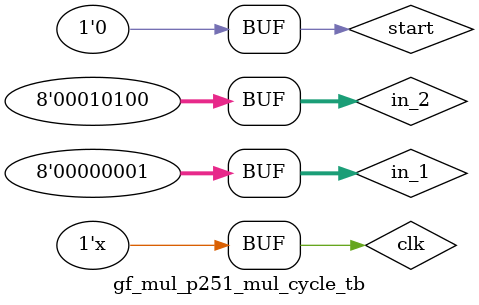
<source format=v>
/*
 *Copyright (c) SandboxAQ. All rights reserved.
 *SPDX-License-Identifier: Apache-2.0   
*/



module gf_mul_p251_mul_cycle_tb(

    );
    
reg clk = 0;
reg start = 0;
reg [7:0] in_1;
reg [7:0] in_2;
wire [7:0] out;
wire done;


wire [7:0] p251_out;
wire p251_done;

gf_mul
DUT
(
    .clk(clk),
    .in_1(in_1),
    .in_2(in_2),
    .start(start),
    .out(out),
    .done(done)
);

p251_mul
DUT_P251
(
    .clk(clk),
    .in_1(in_1),
    .in_2(in_2),
    .start(start),
    .out(p251_out),
    .done(p251_done)
);
 
 initial
 begin
     start <= 0;
     in_1 <= 0;
     in_2 <= 0;
     #100
     start <= 1;
     in_1  <= 1;
     in_2  <= 20;
     
     #10 
     start <= 0;
 
 end
 
 always #5 clk = ~clk;
 
endmodule

</source>
